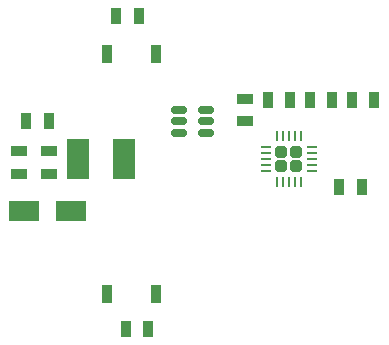
<source format=gbr>
%TF.GenerationSoftware,KiCad,Pcbnew,6.0.11+dfsg-1~bpo11+1*%
%TF.CreationDate,2023-05-27T23:36:06+00:00*%
%TF.ProjectId,USB232R02,55534232-3332-4523-9032-2e6b69636164,rev?*%
%TF.SameCoordinates,PX7f790e8PY698c050*%
%TF.FileFunction,Paste,Bot*%
%TF.FilePolarity,Positive*%
%FSLAX46Y46*%
G04 Gerber Fmt 4.6, Leading zero omitted, Abs format (unit mm)*
G04 Created by KiCad (PCBNEW 6.0.11+dfsg-1~bpo11+1) date 2023-05-27 23:36:06*
%MOMM*%
%LPD*%
G01*
G04 APERTURE LIST*
G04 Aperture macros list*
%AMRoundRect*
0 Rectangle with rounded corners*
0 $1 Rounding radius*
0 $2 $3 $4 $5 $6 $7 $8 $9 X,Y pos of 4 corners*
0 Add a 4 corners polygon primitive as box body*
4,1,4,$2,$3,$4,$5,$6,$7,$8,$9,$2,$3,0*
0 Add four circle primitives for the rounded corners*
1,1,$1+$1,$2,$3*
1,1,$1+$1,$4,$5*
1,1,$1+$1,$6,$7*
1,1,$1+$1,$8,$9*
0 Add four rect primitives between the rounded corners*
20,1,$1+$1,$2,$3,$4,$5,0*
20,1,$1+$1,$4,$5,$6,$7,0*
20,1,$1+$1,$6,$7,$8,$9,0*
20,1,$1+$1,$8,$9,$2,$3,0*%
G04 Aperture macros list end*
%ADD10R,0.889000X1.397000*%
%ADD11R,1.397000X0.889000*%
%ADD12RoundRect,0.250000X0.255000X-0.255000X0.255000X0.255000X-0.255000X0.255000X-0.255000X-0.255000X0*%
%ADD13RoundRect,0.062500X0.062500X-0.350000X0.062500X0.350000X-0.062500X0.350000X-0.062500X-0.350000X0*%
%ADD14RoundRect,0.062500X0.350000X-0.062500X0.350000X0.062500X-0.350000X0.062500X-0.350000X-0.062500X0*%
%ADD15R,0.950000X1.500000*%
%ADD16RoundRect,0.150000X0.512500X0.150000X-0.512500X0.150000X-0.512500X-0.150000X0.512500X-0.150000X0*%
%ADD17R,2.500000X1.800000*%
%ADD18R,1.900000X3.400000*%
G04 APERTURE END LIST*
D10*
%TO.C,R3*%
X5080000Y23495000D03*
X6985000Y23495000D03*
%TD*%
D11*
%TO.C,C3*%
X16002000Y14605000D03*
X16002000Y16510000D03*
%TD*%
%TO.C,FB1*%
X-635000Y12065000D03*
X-635000Y10160000D03*
%TD*%
D10*
%TO.C,C1*%
X-635000Y14605000D03*
X-2540000Y14605000D03*
%TD*%
%TO.C,R2*%
X25019000Y16383000D03*
X26924000Y16383000D03*
%TD*%
D12*
%TO.C,U2*%
X20310000Y12055000D03*
X20310000Y10805000D03*
X19060000Y12055000D03*
X19060000Y10805000D03*
D13*
X20685000Y9492500D03*
X20185000Y9492500D03*
X19685000Y9492500D03*
X19185000Y9492500D03*
X18685000Y9492500D03*
D14*
X17747500Y10430000D03*
X17747500Y10930000D03*
X17747500Y11430000D03*
X17747500Y11930000D03*
X17747500Y12430000D03*
D13*
X18685000Y13367500D03*
X19185000Y13367500D03*
X19685000Y13367500D03*
X20185000Y13367500D03*
X20685000Y13367500D03*
D14*
X21622500Y12430000D03*
X21622500Y11930000D03*
X21622500Y11430000D03*
X21622500Y10930000D03*
X21622500Y10430000D03*
%TD*%
D10*
%TO.C,R1*%
X21463000Y16383000D03*
X23368000Y16383000D03*
%TD*%
D15*
%TO.C,D2*%
X8425000Y20320000D03*
X4275000Y20320000D03*
%TD*%
D10*
%TO.C,C4*%
X19812000Y16383000D03*
X17907000Y16383000D03*
%TD*%
D16*
%TO.C,U1*%
X12700000Y15555000D03*
X12700000Y14605000D03*
X12700000Y13655000D03*
X10425000Y13655000D03*
X10425000Y14605000D03*
X10425000Y15555000D03*
%TD*%
D11*
%TO.C,C2*%
X-3175000Y10160000D03*
X-3175000Y12065000D03*
%TD*%
D10*
%TO.C,C5*%
X25844500Y9017000D03*
X23939500Y9017000D03*
%TD*%
D17*
%TO.C,D1*%
X1270000Y6985000D03*
X-2730000Y6985000D03*
%TD*%
D18*
%TO.C,F1*%
X5715000Y11430000D03*
X1815000Y11430000D03*
%TD*%
D15*
%TO.C,D3*%
X8425000Y0D03*
X4275000Y0D03*
%TD*%
D10*
%TO.C,R4*%
X7787500Y-2926000D03*
X5882500Y-2926000D03*
%TD*%
M02*

</source>
